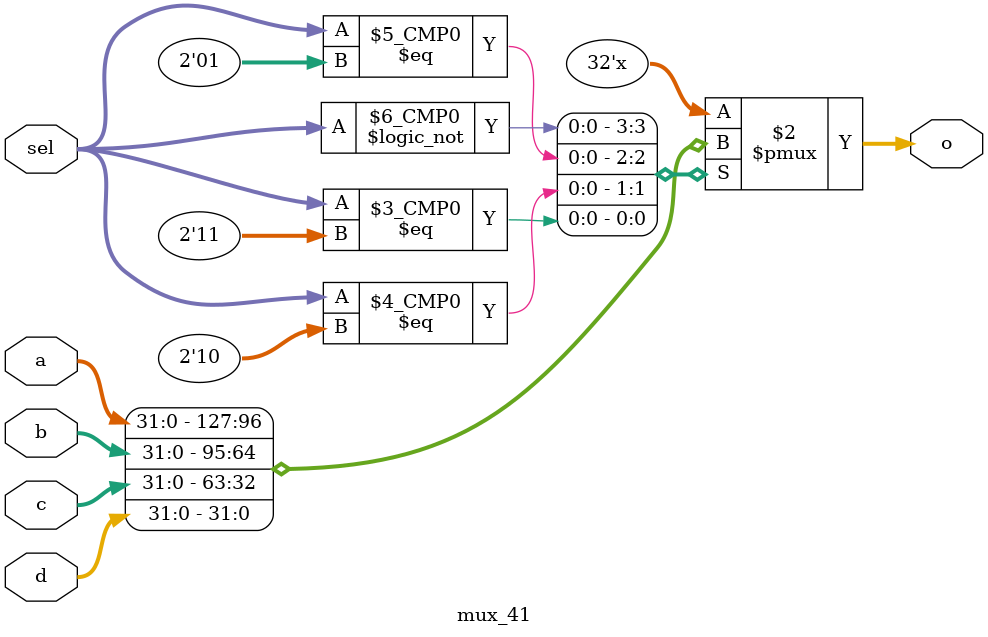
<source format=v>

module mux_41 
   (
    input wire [31:0] a,
    input wire [31:0] b,
    input wire [31:0] c,
    input wire [31:0] d,
    input wire [1:0] sel,
    output reg [31:0] o
    );

  always @ (a or b or c or d or sel)
  begin
    case (sel)
      2'b00: 
          o = a;
      2'b01: 
          o = b;
      2'b10: 
          o = c; 
      2'b11:
          o = d;  
     endcase     
  end

endmodule


</source>
